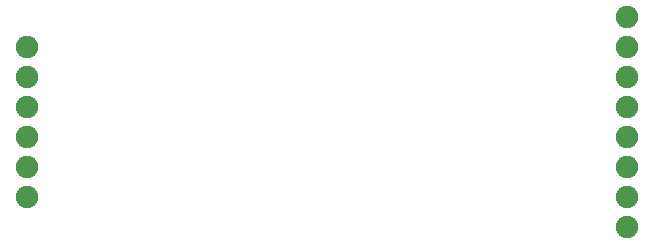
<source format=gbs>
G04 #@! TF.FileFunction,Soldermask,Bot*
%FSLAX46Y46*%
G04 Gerber Fmt 4.6, Leading zero omitted, Abs format (unit mm)*
G04 Created by KiCad (PCBNEW 4.0.7) date 01/22/18 17:36:01*
%MOMM*%
%LPD*%
G01*
G04 APERTURE LIST*
%ADD10C,0.100000*%
%ADD11C,1.906220*%
G04 APERTURE END LIST*
D10*
D11*
X121920000Y-102870000D03*
X121920000Y-105410000D03*
X121920000Y-107950000D03*
X121920000Y-110490000D03*
X121920000Y-113030000D03*
X121920000Y-115570000D03*
X172720000Y-100330000D03*
X172720000Y-102870000D03*
X172720000Y-105410000D03*
X172720000Y-107950000D03*
X172720000Y-110490000D03*
X172720000Y-113030000D03*
X172720000Y-115570000D03*
X172720000Y-118110000D03*
M02*

</source>
